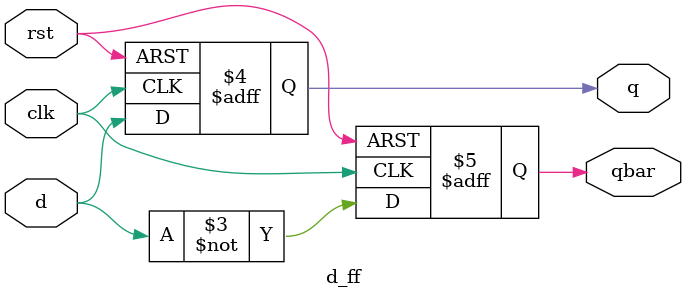
<source format=sv>


module d_ff (output logic q, qbar, input logic clk, rst, d);

always_ff @(posedge clk, negedge rst)
  if (~rst)
    begin
    q <= 1'b0;
    qbar <= 1'b1;
    end
  else
  begin
    q <= d;
    qbar <= ~d;
    end

endmodule
</source>
